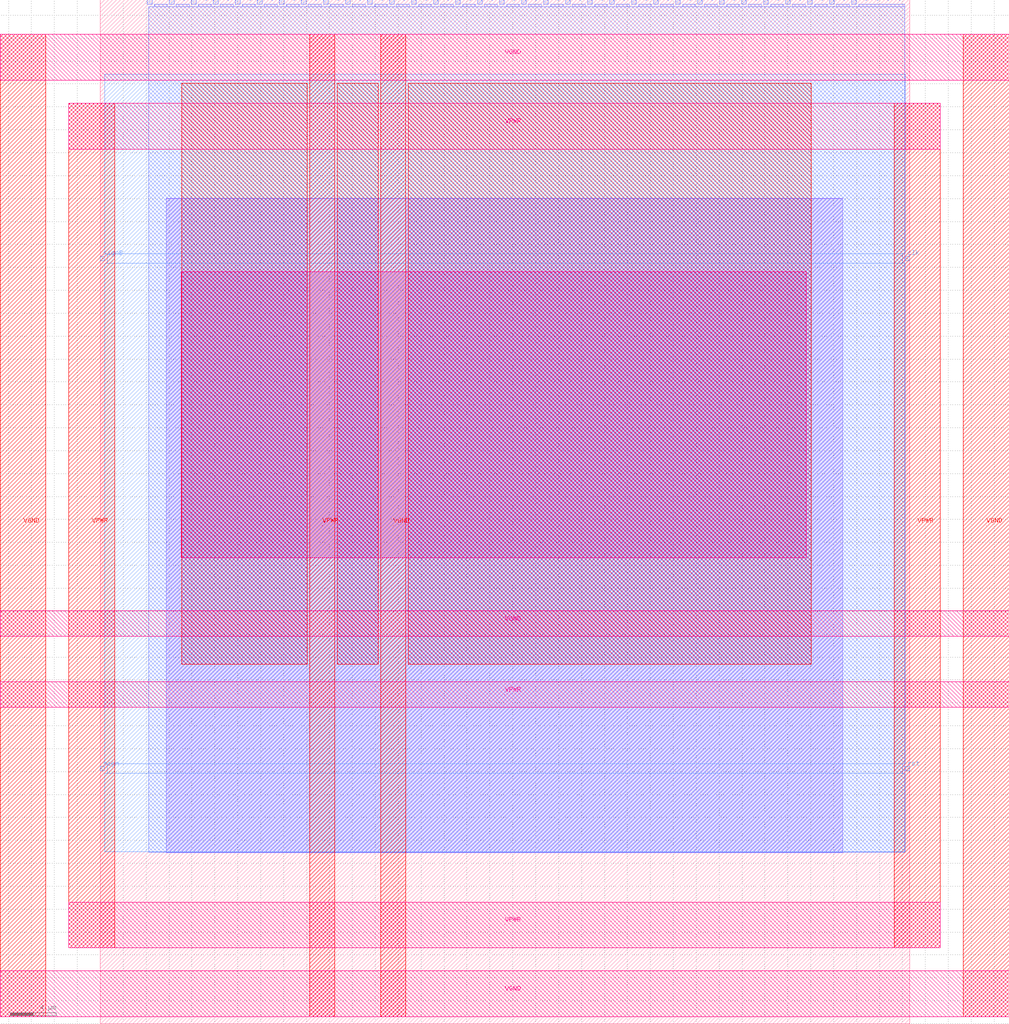
<source format=lef>
VERSION 5.7 ;
  NOWIREEXTENSIONATPIN ON ;
  DIVIDERCHAR "/" ;
  BUSBITCHARS "[]" ;
MACRO DigitalSine
  CLASS BLOCK ;
  FOREIGN DigitalSine ;
  ORIGIN 0.000 0.000 ;
  SIZE 70.625 BY 89.345 ;
  PIN VGND
    DIRECTION INOUT ;
    USE GROUND ;
    PORT
      LAYER Metal4 ;
        RECT -8.740 0.620 -4.740 86.320 ;
    END
    PORT
      LAYER Metal5 ;
        RECT -8.740 0.620 79.300 4.620 ;
    END
    PORT
      LAYER Metal5 ;
        RECT -8.740 82.320 79.300 86.320 ;
    END
    PORT
      LAYER Metal4 ;
        RECT 75.300 0.620 79.300 86.320 ;
    END
    PORT
      LAYER Metal4 ;
        RECT 24.460 0.620 26.660 86.320 ;
    END
    PORT
      LAYER Metal5 ;
        RECT -8.740 33.820 79.300 36.020 ;
    END
  END VGND
  PIN VPWR
    DIRECTION INOUT ;
    USE POWER ;
    PORT
      LAYER Metal4 ;
        RECT -2.740 6.620 1.260 80.320 ;
    END
    PORT
      LAYER Metal5 ;
        RECT -2.740 6.620 73.300 10.620 ;
    END
    PORT
      LAYER Metal5 ;
        RECT -2.740 76.320 73.300 80.320 ;
    END
    PORT
      LAYER Metal4 ;
        RECT 69.300 6.620 73.300 80.320 ;
    END
    PORT
      LAYER Metal4 ;
        RECT 18.260 0.620 20.460 86.320 ;
    END
    PORT
      LAYER Metal5 ;
        RECT -8.740 27.620 79.300 29.820 ;
    END
  END VPWR
  PIN clk
    DIRECTION INPUT ;
    USE SIGNAL ;
    ANTENNAGATEAREA 0.725400 ;
    PORT
      LAYER Metal3 ;
        RECT 70.225 66.580 70.625 66.980 ;
    END
  END clk
  PIN rst
    DIRECTION INPUT ;
    USE SIGNAL ;
    ANTENNAGATEAREA 0.180700 ;
    PORT
      LAYER Metal3 ;
        RECT 70.225 22.060 70.625 22.460 ;
    END
  END rst
  PIN sign
    DIRECTION OUTPUT ;
    USE SIGNAL ;
    ANTENNADIFFAREA 0.706800 ;
    PORT
      LAYER Metal3 ;
        RECT 0.000 22.060 0.400 22.460 ;
    END
  END sign
  PIN signB
    DIRECTION OUTPUT ;
    USE SIGNAL ;
    ANTENNADIFFAREA 0.706800 ;
    PORT
      LAYER Metal3 ;
        RECT 0.000 66.580 0.400 66.980 ;
    END
  END signB
  PIN sine_out[0]
    DIRECTION OUTPUT ;
    USE SIGNAL ;
    ANTENNADIFFAREA 0.706800 ;
    PORT
      LAYER Metal2 ;
        RECT 4.120 88.945 4.520 89.345 ;
    END
  END sine_out[0]
  PIN sine_out[10]
    DIRECTION OUTPUT ;
    USE SIGNAL ;
    ANTENNADIFFAREA 0.706800 ;
    PORT
      LAYER Metal2 ;
        RECT 23.320 88.945 23.720 89.345 ;
    END
  END sine_out[10]
  PIN sine_out[11]
    DIRECTION OUTPUT ;
    USE SIGNAL ;
    ANTENNADIFFAREA 0.706800 ;
    PORT
      LAYER Metal2 ;
        RECT 25.240 88.945 25.640 89.345 ;
    END
  END sine_out[11]
  PIN sine_out[12]
    DIRECTION OUTPUT ;
    USE SIGNAL ;
    ANTENNADIFFAREA 0.706800 ;
    PORT
      LAYER Metal2 ;
        RECT 27.160 88.945 27.560 89.345 ;
    END
  END sine_out[12]
  PIN sine_out[13]
    DIRECTION OUTPUT ;
    USE SIGNAL ;
    ANTENNADIFFAREA 0.706800 ;
    PORT
      LAYER Metal2 ;
        RECT 29.080 88.945 29.480 89.345 ;
    END
  END sine_out[13]
  PIN sine_out[14]
    DIRECTION OUTPUT ;
    USE SIGNAL ;
    ANTENNADIFFAREA 0.706800 ;
    PORT
      LAYER Metal2 ;
        RECT 31.000 88.945 31.400 89.345 ;
    END
  END sine_out[14]
  PIN sine_out[15]
    DIRECTION OUTPUT ;
    USE SIGNAL ;
    ANTENNADIFFAREA 0.706800 ;
    PORT
      LAYER Metal2 ;
        RECT 32.920 88.945 33.320 89.345 ;
    END
  END sine_out[15]
  PIN sine_out[16]
    DIRECTION OUTPUT ;
    USE SIGNAL ;
    ANTENNADIFFAREA 0.706800 ;
    PORT
      LAYER Metal2 ;
        RECT 34.840 88.945 35.240 89.345 ;
    END
  END sine_out[16]
  PIN sine_out[17]
    DIRECTION OUTPUT ;
    USE SIGNAL ;
    ANTENNADIFFAREA 0.706800 ;
    PORT
      LAYER Metal2 ;
        RECT 36.760 88.945 37.160 89.345 ;
    END
  END sine_out[17]
  PIN sine_out[18]
    DIRECTION OUTPUT ;
    USE SIGNAL ;
    ANTENNADIFFAREA 0.706800 ;
    PORT
      LAYER Metal2 ;
        RECT 38.680 88.945 39.080 89.345 ;
    END
  END sine_out[18]
  PIN sine_out[19]
    DIRECTION OUTPUT ;
    USE SIGNAL ;
    ANTENNADIFFAREA 0.706800 ;
    PORT
      LAYER Metal2 ;
        RECT 40.600 88.945 41.000 89.345 ;
    END
  END sine_out[19]
  PIN sine_out[1]
    DIRECTION OUTPUT ;
    USE SIGNAL ;
    ANTENNADIFFAREA 0.706800 ;
    PORT
      LAYER Metal2 ;
        RECT 6.040 88.945 6.440 89.345 ;
    END
  END sine_out[1]
  PIN sine_out[20]
    DIRECTION OUTPUT ;
    USE SIGNAL ;
    ANTENNADIFFAREA 0.706800 ;
    PORT
      LAYER Metal2 ;
        RECT 42.520 88.945 42.920 89.345 ;
    END
  END sine_out[20]
  PIN sine_out[21]
    DIRECTION OUTPUT ;
    USE SIGNAL ;
    ANTENNADIFFAREA 0.706800 ;
    PORT
      LAYER Metal2 ;
        RECT 44.440 88.945 44.840 89.345 ;
    END
  END sine_out[21]
  PIN sine_out[22]
    DIRECTION OUTPUT ;
    USE SIGNAL ;
    ANTENNADIFFAREA 0.706800 ;
    PORT
      LAYER Metal2 ;
        RECT 46.360 88.945 46.760 89.345 ;
    END
  END sine_out[22]
  PIN sine_out[23]
    DIRECTION OUTPUT ;
    USE SIGNAL ;
    ANTENNADIFFAREA 0.706800 ;
    PORT
      LAYER Metal2 ;
        RECT 48.280 88.945 48.680 89.345 ;
    END
  END sine_out[23]
  PIN sine_out[24]
    DIRECTION OUTPUT ;
    USE SIGNAL ;
    ANTENNADIFFAREA 0.706800 ;
    PORT
      LAYER Metal2 ;
        RECT 50.200 88.945 50.600 89.345 ;
    END
  END sine_out[24]
  PIN sine_out[25]
    DIRECTION OUTPUT ;
    USE SIGNAL ;
    ANTENNADIFFAREA 0.706800 ;
    PORT
      LAYER Metal2 ;
        RECT 52.120 88.945 52.520 89.345 ;
    END
  END sine_out[25]
  PIN sine_out[26]
    DIRECTION OUTPUT ;
    USE SIGNAL ;
    ANTENNADIFFAREA 0.706800 ;
    PORT
      LAYER Metal2 ;
        RECT 54.040 88.945 54.440 89.345 ;
    END
  END sine_out[26]
  PIN sine_out[27]
    DIRECTION OUTPUT ;
    USE SIGNAL ;
    ANTENNADIFFAREA 0.706800 ;
    PORT
      LAYER Metal2 ;
        RECT 55.960 88.945 56.360 89.345 ;
    END
  END sine_out[27]
  PIN sine_out[28]
    DIRECTION OUTPUT ;
    USE SIGNAL ;
    ANTENNADIFFAREA 0.706800 ;
    PORT
      LAYER Metal2 ;
        RECT 57.880 88.945 58.280 89.345 ;
    END
  END sine_out[28]
  PIN sine_out[29]
    DIRECTION OUTPUT ;
    USE SIGNAL ;
    ANTENNADIFFAREA 0.706800 ;
    PORT
      LAYER Metal2 ;
        RECT 59.800 88.945 60.200 89.345 ;
    END
  END sine_out[29]
  PIN sine_out[2]
    DIRECTION OUTPUT ;
    USE SIGNAL ;
    ANTENNADIFFAREA 0.706800 ;
    PORT
      LAYER Metal2 ;
        RECT 7.960 88.945 8.360 89.345 ;
    END
  END sine_out[2]
  PIN sine_out[30]
    DIRECTION OUTPUT ;
    USE SIGNAL ;
    ANTENNADIFFAREA 0.706800 ;
    PORT
      LAYER Metal2 ;
        RECT 61.720 88.945 62.120 89.345 ;
    END
  END sine_out[30]
  PIN sine_out[31]
    DIRECTION OUTPUT ;
    USE SIGNAL ;
    ANTENNADIFFAREA 0.706800 ;
    PORT
      LAYER Metal2 ;
        RECT 63.640 88.945 64.040 89.345 ;
    END
  END sine_out[31]
  PIN sine_out[32]
    DIRECTION OUTPUT ;
    USE SIGNAL ;
    ANTENNADIFFAREA 0.706800 ;
    PORT
      LAYER Metal2 ;
        RECT 65.560 88.945 65.960 89.345 ;
    END
  END sine_out[32]
  PIN sine_out[3]
    DIRECTION OUTPUT ;
    USE SIGNAL ;
    ANTENNADIFFAREA 0.706800 ;
    PORT
      LAYER Metal2 ;
        RECT 9.880 88.945 10.280 89.345 ;
    END
  END sine_out[3]
  PIN sine_out[4]
    DIRECTION OUTPUT ;
    USE SIGNAL ;
    ANTENNADIFFAREA 0.706800 ;
    PORT
      LAYER Metal2 ;
        RECT 11.800 88.945 12.200 89.345 ;
    END
  END sine_out[4]
  PIN sine_out[5]
    DIRECTION OUTPUT ;
    USE SIGNAL ;
    ANTENNADIFFAREA 0.706800 ;
    PORT
      LAYER Metal2 ;
        RECT 13.720 88.945 14.120 89.345 ;
    END
  END sine_out[5]
  PIN sine_out[6]
    DIRECTION OUTPUT ;
    USE SIGNAL ;
    ANTENNADIFFAREA 0.706800 ;
    PORT
      LAYER Metal2 ;
        RECT 15.640 88.945 16.040 89.345 ;
    END
  END sine_out[6]
  PIN sine_out[7]
    DIRECTION OUTPUT ;
    USE SIGNAL ;
    ANTENNADIFFAREA 0.706800 ;
    PORT
      LAYER Metal2 ;
        RECT 17.560 88.945 17.960 89.345 ;
    END
  END sine_out[7]
  PIN sine_out[8]
    DIRECTION OUTPUT ;
    USE SIGNAL ;
    ANTENNADIFFAREA 0.706800 ;
    PORT
      LAYER Metal2 ;
        RECT 19.480 88.945 19.880 89.345 ;
    END
  END sine_out[8]
  PIN sine_out[9]
    DIRECTION OUTPUT ;
    USE SIGNAL ;
    ANTENNADIFFAREA 0.706800 ;
    PORT
      LAYER Metal2 ;
        RECT 21.400 88.945 21.800 89.345 ;
    END
  END sine_out[9]
  OBS
      LAYER GatPoly ;
        RECT 5.760 14.970 64.800 71.970 ;
      LAYER Metal1 ;
        RECT 5.760 14.900 64.800 72.040 ;
      LAYER Metal2 ;
        RECT 4.730 88.735 5.830 88.945 ;
        RECT 6.650 88.735 7.750 88.945 ;
        RECT 8.570 88.735 9.670 88.945 ;
        RECT 10.490 88.735 11.590 88.945 ;
        RECT 12.410 88.735 13.510 88.945 ;
        RECT 14.330 88.735 15.430 88.945 ;
        RECT 16.250 88.735 17.350 88.945 ;
        RECT 18.170 88.735 19.270 88.945 ;
        RECT 20.090 88.735 21.190 88.945 ;
        RECT 22.010 88.735 23.110 88.945 ;
        RECT 23.930 88.735 25.030 88.945 ;
        RECT 25.850 88.735 26.950 88.945 ;
        RECT 27.770 88.735 28.870 88.945 ;
        RECT 29.690 88.735 30.790 88.945 ;
        RECT 31.610 88.735 32.710 88.945 ;
        RECT 33.530 88.735 34.630 88.945 ;
        RECT 35.450 88.735 36.550 88.945 ;
        RECT 37.370 88.735 38.470 88.945 ;
        RECT 39.290 88.735 40.390 88.945 ;
        RECT 41.210 88.735 42.310 88.945 ;
        RECT 43.130 88.735 44.230 88.945 ;
        RECT 45.050 88.735 46.150 88.945 ;
        RECT 46.970 88.735 48.070 88.945 ;
        RECT 48.890 88.735 49.990 88.945 ;
        RECT 50.810 88.735 51.910 88.945 ;
        RECT 52.730 88.735 53.830 88.945 ;
        RECT 54.650 88.735 55.750 88.945 ;
        RECT 56.570 88.735 57.670 88.945 ;
        RECT 58.490 88.735 59.590 88.945 ;
        RECT 60.410 88.735 61.510 88.945 ;
        RECT 62.330 88.735 63.430 88.945 ;
        RECT 64.250 88.735 65.350 88.945 ;
        RECT 66.170 88.735 70.185 88.945 ;
        RECT 4.215 14.975 70.185 88.735 ;
      LAYER Metal3 ;
        RECT 0.400 67.190 70.225 82.840 ;
        RECT 0.610 66.370 70.015 67.190 ;
        RECT 0.400 22.670 70.225 66.370 ;
        RECT 0.610 21.850 70.015 22.670 ;
        RECT 0.400 15.020 70.225 21.850 ;
      LAYER Metal4 ;
        RECT 7.095 31.355 18.050 82.045 ;
        RECT 20.670 31.355 24.250 82.045 ;
        RECT 26.870 31.355 62.020 82.045 ;
      LAYER Metal5 ;
        RECT 7.055 40.640 61.585 65.620 ;
  END
END DigitalSine
END LIBRARY


</source>
